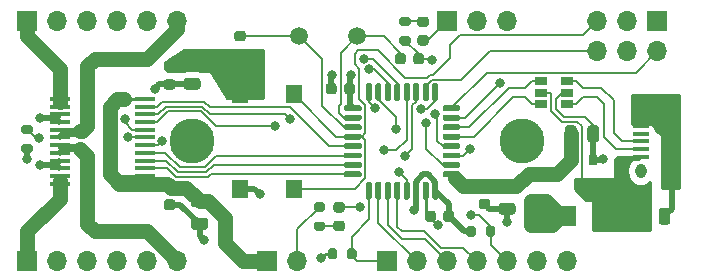
<source format=gbr>
%TF.GenerationSoftware,KiCad,Pcbnew,(5.1.9)-1*%
%TF.CreationDate,2021-05-16T17:52:49+02:00*%
%TF.ProjectId,SojournerST,536f6a6f-7572-46e6-9572-53542e6b6963,rev?*%
%TF.SameCoordinates,Original*%
%TF.FileFunction,Copper,L1,Top*%
%TF.FilePolarity,Positive*%
%FSLAX46Y46*%
G04 Gerber Fmt 4.6, Leading zero omitted, Abs format (unit mm)*
G04 Created by KiCad (PCBNEW (5.1.9)-1) date 2021-05-16 17:52:49*
%MOMM*%
%LPD*%
G01*
G04 APERTURE LIST*
%TA.AperFunction,ComponentPad*%
%ADD10O,1.700000X1.700000*%
%TD*%
%TA.AperFunction,ComponentPad*%
%ADD11R,1.700000X1.700000*%
%TD*%
%TA.AperFunction,SMDPad,CuDef*%
%ADD12R,1.400000X1.600000*%
%TD*%
%TA.AperFunction,ComponentPad*%
%ADD13C,1.500000*%
%TD*%
%TA.AperFunction,SMDPad,CuDef*%
%ADD14R,1.060000X0.650000*%
%TD*%
%TA.AperFunction,SMDPad,CuDef*%
%ADD15R,1.750000X0.450000*%
%TD*%
%TA.AperFunction,SMDPad,CuDef*%
%ADD16R,0.800000X0.900000*%
%TD*%
%TA.AperFunction,ComponentPad*%
%ADD17O,1.550000X0.890000*%
%TD*%
%TA.AperFunction,SMDPad,CuDef*%
%ADD18R,1.550000X1.200000*%
%TD*%
%TA.AperFunction,SMDPad,CuDef*%
%ADD19R,1.550000X1.500000*%
%TD*%
%TA.AperFunction,ComponentPad*%
%ADD20O,0.950000X1.250000*%
%TD*%
%TA.AperFunction,SMDPad,CuDef*%
%ADD21R,1.350000X0.400000*%
%TD*%
%TA.AperFunction,ConnectorPad*%
%ADD22C,3.800000*%
%TD*%
%TA.AperFunction,ComponentPad*%
%ADD23C,2.600000*%
%TD*%
%TA.AperFunction,SMDPad,CuDef*%
%ADD24R,2.500000X1.800000*%
%TD*%
%TA.AperFunction,ViaPad*%
%ADD25C,0.800000*%
%TD*%
%TA.AperFunction,Conductor*%
%ADD26C,0.200000*%
%TD*%
%TA.AperFunction,Conductor*%
%ADD27C,0.508000*%
%TD*%
%TA.AperFunction,Conductor*%
%ADD28C,0.254000*%
%TD*%
%TA.AperFunction,Conductor*%
%ADD29C,0.175006*%
%TD*%
%TA.AperFunction,Conductor*%
%ADD30C,1.270000*%
%TD*%
%TA.AperFunction,Conductor*%
%ADD31C,0.175260*%
%TD*%
%TA.AperFunction,Conductor*%
%ADD32C,0.100000*%
%TD*%
G04 APERTURE END LIST*
D10*
%TO.P,J3,3*%
%TO.N,GND*%
X139700000Y-62230000D03*
%TO.P,J3,2*%
%TO.N,UART_RX*%
X137160000Y-62230000D03*
D11*
%TO.P,J3,1*%
%TO.N,UART_TX*%
X134620000Y-62230000D03*
%TD*%
D12*
%TO.P,SW1,3*%
%TO.N,GND*%
X117130000Y-68390000D03*
%TO.P,SW1,4*%
X117130000Y-76390000D03*
%TO.P,SW1,1*%
%TO.N,NRST*%
X121630000Y-68390000D03*
%TO.P,SW1,2*%
X121630000Y-76390000D03*
%TD*%
%TO.P,R5,2*%
%TO.N,Net-(D3-Pad1)*%
%TA.AperFunction,SMDPad,CuDef*%
G36*
G01*
X131339000Y-62630000D02*
X130789000Y-62630000D01*
G75*
G02*
X130589000Y-62430000I0J200000D01*
G01*
X130589000Y-62030000D01*
G75*
G02*
X130789000Y-61830000I200000J0D01*
G01*
X131339000Y-61830000D01*
G75*
G02*
X131539000Y-62030000I0J-200000D01*
G01*
X131539000Y-62430000D01*
G75*
G02*
X131339000Y-62630000I-200000J0D01*
G01*
G37*
%TD.AperFunction*%
%TO.P,R5,1*%
%TO.N,GND*%
%TA.AperFunction,SMDPad,CuDef*%
G36*
G01*
X131339000Y-64280000D02*
X130789000Y-64280000D01*
G75*
G02*
X130589000Y-64080000I0J200000D01*
G01*
X130589000Y-63680000D01*
G75*
G02*
X130789000Y-63480000I200000J0D01*
G01*
X131339000Y-63480000D01*
G75*
G02*
X131539000Y-63680000I0J-200000D01*
G01*
X131539000Y-64080000D01*
G75*
G02*
X131339000Y-64280000I-200000J0D01*
G01*
G37*
%TD.AperFunction*%
%TD*%
%TO.P,R3,2*%
%TO.N,SPI_CS*%
%TA.AperFunction,SMDPad,CuDef*%
G36*
G01*
X126155000Y-82190000D02*
X126155000Y-81640000D01*
G75*
G02*
X126355000Y-81440000I200000J0D01*
G01*
X126755000Y-81440000D01*
G75*
G02*
X126955000Y-81640000I0J-200000D01*
G01*
X126955000Y-82190000D01*
G75*
G02*
X126755000Y-82390000I-200000J0D01*
G01*
X126355000Y-82390000D01*
G75*
G02*
X126155000Y-82190000I0J200000D01*
G01*
G37*
%TD.AperFunction*%
%TO.P,R3,1*%
%TO.N,+3V3*%
%TA.AperFunction,SMDPad,CuDef*%
G36*
G01*
X124505000Y-82190000D02*
X124505000Y-81640000D01*
G75*
G02*
X124705000Y-81440000I200000J0D01*
G01*
X125105000Y-81440000D01*
G75*
G02*
X125305000Y-81640000I0J-200000D01*
G01*
X125305000Y-82190000D01*
G75*
G02*
X125105000Y-82390000I-200000J0D01*
G01*
X124705000Y-82390000D01*
G75*
G02*
X124505000Y-82190000I0J200000D01*
G01*
G37*
%TD.AperFunction*%
%TD*%
D10*
%TO.P,J7,2*%
%TO.N,GND*%
X121920000Y-82550000D03*
D11*
%TO.P,J7,1*%
%TO.N,VM*%
X119380000Y-82550000D03*
%TD*%
D10*
%TO.P,J2,7*%
%TO.N,GND*%
X144780000Y-82550000D03*
%TO.P,J2,6*%
%TO.N,+3V3*%
X142240000Y-82550000D03*
%TO.P,J2,5*%
%TO.N,BOOT0*%
X139700000Y-82550000D03*
%TO.P,J2,4*%
%TO.N,SPI_MOSI*%
X137160000Y-82550000D03*
%TO.P,J2,3*%
%TO.N,SPI_MISO*%
X134620000Y-82550000D03*
%TO.P,J2,2*%
%TO.N,SPI_CLK*%
X132080000Y-82550000D03*
D11*
%TO.P,J2,1*%
%TO.N,SPI_CS*%
X129540000Y-82550000D03*
%TD*%
%TO.P,D3,2*%
%TO.N,UART_TX*%
%TA.AperFunction,SMDPad,CuDef*%
G36*
G01*
X132331750Y-63405000D02*
X132844250Y-63405000D01*
G75*
G02*
X133063000Y-63623750I0J-218750D01*
G01*
X133063000Y-64061250D01*
G75*
G02*
X132844250Y-64280000I-218750J0D01*
G01*
X132331750Y-64280000D01*
G75*
G02*
X132113000Y-64061250I0J218750D01*
G01*
X132113000Y-63623750D01*
G75*
G02*
X132331750Y-63405000I218750J0D01*
G01*
G37*
%TD.AperFunction*%
%TO.P,D3,1*%
%TO.N,Net-(D3-Pad1)*%
%TA.AperFunction,SMDPad,CuDef*%
G36*
G01*
X132331750Y-61830000D02*
X132844250Y-61830000D01*
G75*
G02*
X133063000Y-62048750I0J-218750D01*
G01*
X133063000Y-62486250D01*
G75*
G02*
X132844250Y-62705000I-218750J0D01*
G01*
X132331750Y-62705000D01*
G75*
G02*
X132113000Y-62486250I0J218750D01*
G01*
X132113000Y-62048750D01*
G75*
G02*
X132331750Y-61830000I218750J0D01*
G01*
G37*
%TD.AperFunction*%
%TD*%
D13*
%TO.P,Y1,2*%
%TO.N,HSE_OUT*%
X122120000Y-63500000D03*
%TO.P,Y1,1*%
%TO.N,HSE_IN*%
X127000000Y-63500000D03*
%TD*%
D14*
%TO.P,U4,5*%
%TO.N,VUSB*%
X142580000Y-68260000D03*
%TO.P,U4,6*%
%TO.N,USB_D-*%
X142580000Y-69210000D03*
%TO.P,U4,4*%
%TO.N,USB_D+*%
X142580000Y-67310000D03*
%TO.P,U4,3*%
%TO.N,USB_CON_D+*%
X144780000Y-67310000D03*
%TO.P,U4,2*%
%TO.N,GND*%
X144780000Y-68260000D03*
%TO.P,U4,1*%
%TO.N,USB_CON_D-*%
X144780000Y-69210000D03*
%TD*%
D15*
%TO.P,U3,24*%
%TO.N,VM*%
X109010000Y-68815000D03*
%TO.P,U3,23*%
%TO.N,M1_PWM*%
X109010000Y-69465000D03*
%TO.P,U3,22*%
%TO.N,M1_IN2*%
X109010000Y-70115000D03*
%TO.P,U3,21*%
%TO.N,M1_IN1*%
X109010000Y-70765000D03*
%TO.P,U3,20*%
%TO.N,+3V3*%
X109010000Y-71415000D03*
%TO.P,U3,19*%
%TO.N,Net-(R2-Pad2)*%
X109010000Y-72065000D03*
%TO.P,U3,18*%
%TO.N,GND*%
X109010000Y-72715000D03*
%TO.P,U3,17*%
%TO.N,M2_IN1*%
X109010000Y-73365000D03*
%TO.P,U3,16*%
%TO.N,M2_IN2*%
X109010000Y-74015000D03*
%TO.P,U3,15*%
%TO.N,M2_PWM*%
X109010000Y-74665000D03*
%TO.P,U3,14*%
%TO.N,VM*%
X109010000Y-75315000D03*
%TO.P,U3,13*%
X109010000Y-75965000D03*
%TO.P,U3,12*%
%TO.N,M2_OUT1*%
X101810000Y-75965000D03*
%TO.P,U3,11*%
X101810000Y-75315000D03*
%TO.P,U3,10*%
%TO.N,GND*%
X101810000Y-74665000D03*
%TO.P,U3,9*%
X101810000Y-74015000D03*
%TO.P,U3,8*%
%TO.N,M2_OUT2*%
X101810000Y-73365000D03*
%TO.P,U3,7*%
X101810000Y-72715000D03*
%TO.P,U3,6*%
%TO.N,M1_OUT2*%
X101810000Y-72065000D03*
%TO.P,U3,5*%
X101810000Y-71415000D03*
%TO.P,U3,4*%
%TO.N,GND*%
X101810000Y-70765000D03*
%TO.P,U3,3*%
X101810000Y-70115000D03*
%TO.P,U3,2*%
%TO.N,M1_OUT1*%
X101810000Y-69465000D03*
%TO.P,U3,1*%
X101810000Y-68815000D03*
%TD*%
D16*
%TO.P,U2,3*%
%TO.N,VUSB*%
X146050000Y-75930000D03*
%TO.P,U2,2*%
%TO.N,+3V3*%
X145100000Y-73930000D03*
%TO.P,U2,1*%
%TO.N,GND*%
X147000000Y-73930000D03*
%TD*%
%TO.P,U1,32*%
%TO.N,GND*%
%TA.AperFunction,SMDPad,CuDef*%
G36*
G01*
X127760000Y-68840000D02*
X127760000Y-67590000D01*
G75*
G02*
X127885000Y-67465000I125000J0D01*
G01*
X128135000Y-67465000D01*
G75*
G02*
X128260000Y-67590000I0J-125000D01*
G01*
X128260000Y-68840000D01*
G75*
G02*
X128135000Y-68965000I-125000J0D01*
G01*
X127885000Y-68965000D01*
G75*
G02*
X127760000Y-68840000I0J125000D01*
G01*
G37*
%TD.AperFunction*%
%TO.P,U1,31*%
%TO.N,BOOT0*%
%TA.AperFunction,SMDPad,CuDef*%
G36*
G01*
X128560000Y-68840000D02*
X128560000Y-67590000D01*
G75*
G02*
X128685000Y-67465000I125000J0D01*
G01*
X128935000Y-67465000D01*
G75*
G02*
X129060000Y-67590000I0J-125000D01*
G01*
X129060000Y-68840000D01*
G75*
G02*
X128935000Y-68965000I-125000J0D01*
G01*
X128685000Y-68965000D01*
G75*
G02*
X128560000Y-68840000I0J125000D01*
G01*
G37*
%TD.AperFunction*%
%TO.P,U1,30*%
%TO.N,M1_ENCA*%
%TA.AperFunction,SMDPad,CuDef*%
G36*
G01*
X129360000Y-68840000D02*
X129360000Y-67590000D01*
G75*
G02*
X129485000Y-67465000I125000J0D01*
G01*
X129735000Y-67465000D01*
G75*
G02*
X129860000Y-67590000I0J-125000D01*
G01*
X129860000Y-68840000D01*
G75*
G02*
X129735000Y-68965000I-125000J0D01*
G01*
X129485000Y-68965000D01*
G75*
G02*
X129360000Y-68840000I0J125000D01*
G01*
G37*
%TD.AperFunction*%
%TO.P,U1,29*%
%TO.N,M1_ENCB*%
%TA.AperFunction,SMDPad,CuDef*%
G36*
G01*
X130160000Y-68840000D02*
X130160000Y-67590000D01*
G75*
G02*
X130285000Y-67465000I125000J0D01*
G01*
X130535000Y-67465000D01*
G75*
G02*
X130660000Y-67590000I0J-125000D01*
G01*
X130660000Y-68840000D01*
G75*
G02*
X130535000Y-68965000I-125000J0D01*
G01*
X130285000Y-68965000D01*
G75*
G02*
X130160000Y-68840000I0J125000D01*
G01*
G37*
%TD.AperFunction*%
%TO.P,U1,28*%
%TO.N,M2_ENCA*%
%TA.AperFunction,SMDPad,CuDef*%
G36*
G01*
X130960000Y-68840000D02*
X130960000Y-67590000D01*
G75*
G02*
X131085000Y-67465000I125000J0D01*
G01*
X131335000Y-67465000D01*
G75*
G02*
X131460000Y-67590000I0J-125000D01*
G01*
X131460000Y-68840000D01*
G75*
G02*
X131335000Y-68965000I-125000J0D01*
G01*
X131085000Y-68965000D01*
G75*
G02*
X130960000Y-68840000I0J125000D01*
G01*
G37*
%TD.AperFunction*%
%TO.P,U1,27*%
%TO.N,M2_ENCB*%
%TA.AperFunction,SMDPad,CuDef*%
G36*
G01*
X131760000Y-68840000D02*
X131760000Y-67590000D01*
G75*
G02*
X131885000Y-67465000I125000J0D01*
G01*
X132135000Y-67465000D01*
G75*
G02*
X132260000Y-67590000I0J-125000D01*
G01*
X132260000Y-68840000D01*
G75*
G02*
X132135000Y-68965000I-125000J0D01*
G01*
X131885000Y-68965000D01*
G75*
G02*
X131760000Y-68840000I0J125000D01*
G01*
G37*
%TD.AperFunction*%
%TO.P,U1,26*%
%TO.N,SWO*%
%TA.AperFunction,SMDPad,CuDef*%
G36*
G01*
X132560000Y-68840000D02*
X132560000Y-67590000D01*
G75*
G02*
X132685000Y-67465000I125000J0D01*
G01*
X132935000Y-67465000D01*
G75*
G02*
X133060000Y-67590000I0J-125000D01*
G01*
X133060000Y-68840000D01*
G75*
G02*
X132935000Y-68965000I-125000J0D01*
G01*
X132685000Y-68965000D01*
G75*
G02*
X132560000Y-68840000I0J125000D01*
G01*
G37*
%TD.AperFunction*%
%TO.P,U1,25*%
%TO.N,M1_IN2*%
%TA.AperFunction,SMDPad,CuDef*%
G36*
G01*
X133360000Y-68840000D02*
X133360000Y-67590000D01*
G75*
G02*
X133485000Y-67465000I125000J0D01*
G01*
X133735000Y-67465000D01*
G75*
G02*
X133860000Y-67590000I0J-125000D01*
G01*
X133860000Y-68840000D01*
G75*
G02*
X133735000Y-68965000I-125000J0D01*
G01*
X133485000Y-68965000D01*
G75*
G02*
X133360000Y-68840000I0J125000D01*
G01*
G37*
%TD.AperFunction*%
%TO.P,U1,24*%
%TO.N,SWCLK*%
%TA.AperFunction,SMDPad,CuDef*%
G36*
G01*
X134235000Y-69715000D02*
X134235000Y-69465000D01*
G75*
G02*
X134360000Y-69340000I125000J0D01*
G01*
X135610000Y-69340000D01*
G75*
G02*
X135735000Y-69465000I0J-125000D01*
G01*
X135735000Y-69715000D01*
G75*
G02*
X135610000Y-69840000I-125000J0D01*
G01*
X134360000Y-69840000D01*
G75*
G02*
X134235000Y-69715000I0J125000D01*
G01*
G37*
%TD.AperFunction*%
%TO.P,U1,23*%
%TO.N,SWDIO*%
%TA.AperFunction,SMDPad,CuDef*%
G36*
G01*
X134235000Y-70515000D02*
X134235000Y-70265000D01*
G75*
G02*
X134360000Y-70140000I125000J0D01*
G01*
X135610000Y-70140000D01*
G75*
G02*
X135735000Y-70265000I0J-125000D01*
G01*
X135735000Y-70515000D01*
G75*
G02*
X135610000Y-70640000I-125000J0D01*
G01*
X134360000Y-70640000D01*
G75*
G02*
X134235000Y-70515000I0J125000D01*
G01*
G37*
%TD.AperFunction*%
%TO.P,U1,22*%
%TO.N,USB_D+*%
%TA.AperFunction,SMDPad,CuDef*%
G36*
G01*
X134235000Y-71315000D02*
X134235000Y-71065000D01*
G75*
G02*
X134360000Y-70940000I125000J0D01*
G01*
X135610000Y-70940000D01*
G75*
G02*
X135735000Y-71065000I0J-125000D01*
G01*
X135735000Y-71315000D01*
G75*
G02*
X135610000Y-71440000I-125000J0D01*
G01*
X134360000Y-71440000D01*
G75*
G02*
X134235000Y-71315000I0J125000D01*
G01*
G37*
%TD.AperFunction*%
%TO.P,U1,21*%
%TO.N,USB_D-*%
%TA.AperFunction,SMDPad,CuDef*%
G36*
G01*
X134235000Y-72115000D02*
X134235000Y-71865000D01*
G75*
G02*
X134360000Y-71740000I125000J0D01*
G01*
X135610000Y-71740000D01*
G75*
G02*
X135735000Y-71865000I0J-125000D01*
G01*
X135735000Y-72115000D01*
G75*
G02*
X135610000Y-72240000I-125000J0D01*
G01*
X134360000Y-72240000D01*
G75*
G02*
X134235000Y-72115000I0J125000D01*
G01*
G37*
%TD.AperFunction*%
%TO.P,U1,20*%
%TO.N,UART_TX*%
%TA.AperFunction,SMDPad,CuDef*%
G36*
G01*
X134235000Y-72915000D02*
X134235000Y-72665000D01*
G75*
G02*
X134360000Y-72540000I125000J0D01*
G01*
X135610000Y-72540000D01*
G75*
G02*
X135735000Y-72665000I0J-125000D01*
G01*
X135735000Y-72915000D01*
G75*
G02*
X135610000Y-73040000I-125000J0D01*
G01*
X134360000Y-73040000D01*
G75*
G02*
X134235000Y-72915000I0J125000D01*
G01*
G37*
%TD.AperFunction*%
%TO.P,U1,19*%
%TO.N,UART_RX*%
%TA.AperFunction,SMDPad,CuDef*%
G36*
G01*
X134235000Y-73715000D02*
X134235000Y-73465000D01*
G75*
G02*
X134360000Y-73340000I125000J0D01*
G01*
X135610000Y-73340000D01*
G75*
G02*
X135735000Y-73465000I0J-125000D01*
G01*
X135735000Y-73715000D01*
G75*
G02*
X135610000Y-73840000I-125000J0D01*
G01*
X134360000Y-73840000D01*
G75*
G02*
X134235000Y-73715000I0J125000D01*
G01*
G37*
%TD.AperFunction*%
%TO.P,U1,18*%
%TO.N,M1_IN1*%
%TA.AperFunction,SMDPad,CuDef*%
G36*
G01*
X134235000Y-74515000D02*
X134235000Y-74265000D01*
G75*
G02*
X134360000Y-74140000I125000J0D01*
G01*
X135610000Y-74140000D01*
G75*
G02*
X135735000Y-74265000I0J-125000D01*
G01*
X135735000Y-74515000D01*
G75*
G02*
X135610000Y-74640000I-125000J0D01*
G01*
X134360000Y-74640000D01*
G75*
G02*
X134235000Y-74515000I0J125000D01*
G01*
G37*
%TD.AperFunction*%
%TO.P,U1,17*%
%TO.N,+3V3*%
%TA.AperFunction,SMDPad,CuDef*%
G36*
G01*
X134235000Y-75315000D02*
X134235000Y-75065000D01*
G75*
G02*
X134360000Y-74940000I125000J0D01*
G01*
X135610000Y-74940000D01*
G75*
G02*
X135735000Y-75065000I0J-125000D01*
G01*
X135735000Y-75315000D01*
G75*
G02*
X135610000Y-75440000I-125000J0D01*
G01*
X134360000Y-75440000D01*
G75*
G02*
X134235000Y-75315000I0J125000D01*
G01*
G37*
%TD.AperFunction*%
%TO.P,U1,16*%
%TO.N,GND*%
%TA.AperFunction,SMDPad,CuDef*%
G36*
G01*
X133360000Y-77190000D02*
X133360000Y-75940000D01*
G75*
G02*
X133485000Y-75815000I125000J0D01*
G01*
X133735000Y-75815000D01*
G75*
G02*
X133860000Y-75940000I0J-125000D01*
G01*
X133860000Y-77190000D01*
G75*
G02*
X133735000Y-77315000I-125000J0D01*
G01*
X133485000Y-77315000D01*
G75*
G02*
X133360000Y-77190000I0J125000D01*
G01*
G37*
%TD.AperFunction*%
%TO.P,U1,15*%
%TO.N,+3V3*%
%TA.AperFunction,SMDPad,CuDef*%
G36*
G01*
X132560000Y-77190000D02*
X132560000Y-75940000D01*
G75*
G02*
X132685000Y-75815000I125000J0D01*
G01*
X132935000Y-75815000D01*
G75*
G02*
X133060000Y-75940000I0J-125000D01*
G01*
X133060000Y-77190000D01*
G75*
G02*
X132935000Y-77315000I-125000J0D01*
G01*
X132685000Y-77315000D01*
G75*
G02*
X132560000Y-77190000I0J125000D01*
G01*
G37*
%TD.AperFunction*%
%TO.P,U1,14*%
%TO.N,GND*%
%TA.AperFunction,SMDPad,CuDef*%
G36*
G01*
X131760000Y-77190000D02*
X131760000Y-75940000D01*
G75*
G02*
X131885000Y-75815000I125000J0D01*
G01*
X132135000Y-75815000D01*
G75*
G02*
X132260000Y-75940000I0J-125000D01*
G01*
X132260000Y-77190000D01*
G75*
G02*
X132135000Y-77315000I-125000J0D01*
G01*
X131885000Y-77315000D01*
G75*
G02*
X131760000Y-77190000I0J125000D01*
G01*
G37*
%TD.AperFunction*%
%TO.P,U1,13*%
%TO.N,LED_STATUS*%
%TA.AperFunction,SMDPad,CuDef*%
G36*
G01*
X130960000Y-77190000D02*
X130960000Y-75940000D01*
G75*
G02*
X131085000Y-75815000I125000J0D01*
G01*
X131335000Y-75815000D01*
G75*
G02*
X131460000Y-75940000I0J-125000D01*
G01*
X131460000Y-77190000D01*
G75*
G02*
X131335000Y-77315000I-125000J0D01*
G01*
X131085000Y-77315000D01*
G75*
G02*
X130960000Y-77190000I0J125000D01*
G01*
G37*
%TD.AperFunction*%
%TO.P,U1,12*%
%TO.N,SPI_MOSI*%
%TA.AperFunction,SMDPad,CuDef*%
G36*
G01*
X130160000Y-77190000D02*
X130160000Y-75940000D01*
G75*
G02*
X130285000Y-75815000I125000J0D01*
G01*
X130535000Y-75815000D01*
G75*
G02*
X130660000Y-75940000I0J-125000D01*
G01*
X130660000Y-77190000D01*
G75*
G02*
X130535000Y-77315000I-125000J0D01*
G01*
X130285000Y-77315000D01*
G75*
G02*
X130160000Y-77190000I0J125000D01*
G01*
G37*
%TD.AperFunction*%
%TO.P,U1,11*%
%TO.N,SPI_MISO*%
%TA.AperFunction,SMDPad,CuDef*%
G36*
G01*
X129360000Y-77190000D02*
X129360000Y-75940000D01*
G75*
G02*
X129485000Y-75815000I125000J0D01*
G01*
X129735000Y-75815000D01*
G75*
G02*
X129860000Y-75940000I0J-125000D01*
G01*
X129860000Y-77190000D01*
G75*
G02*
X129735000Y-77315000I-125000J0D01*
G01*
X129485000Y-77315000D01*
G75*
G02*
X129360000Y-77190000I0J125000D01*
G01*
G37*
%TD.AperFunction*%
%TO.P,U1,10*%
%TO.N,SPI_CLK*%
%TA.AperFunction,SMDPad,CuDef*%
G36*
G01*
X128560000Y-77190000D02*
X128560000Y-75940000D01*
G75*
G02*
X128685000Y-75815000I125000J0D01*
G01*
X128935000Y-75815000D01*
G75*
G02*
X129060000Y-75940000I0J-125000D01*
G01*
X129060000Y-77190000D01*
G75*
G02*
X128935000Y-77315000I-125000J0D01*
G01*
X128685000Y-77315000D01*
G75*
G02*
X128560000Y-77190000I0J125000D01*
G01*
G37*
%TD.AperFunction*%
%TO.P,U1,9*%
%TO.N,SPI_CS*%
%TA.AperFunction,SMDPad,CuDef*%
G36*
G01*
X127760000Y-77190000D02*
X127760000Y-75940000D01*
G75*
G02*
X127885000Y-75815000I125000J0D01*
G01*
X128135000Y-75815000D01*
G75*
G02*
X128260000Y-75940000I0J-125000D01*
G01*
X128260000Y-77190000D01*
G75*
G02*
X128135000Y-77315000I-125000J0D01*
G01*
X127885000Y-77315000D01*
G75*
G02*
X127760000Y-77190000I0J125000D01*
G01*
G37*
%TD.AperFunction*%
%TO.P,U1,8*%
%TO.N,M2_PWM*%
%TA.AperFunction,SMDPad,CuDef*%
G36*
G01*
X125885000Y-75315000D02*
X125885000Y-75065000D01*
G75*
G02*
X126010000Y-74940000I125000J0D01*
G01*
X127260000Y-74940000D01*
G75*
G02*
X127385000Y-75065000I0J-125000D01*
G01*
X127385000Y-75315000D01*
G75*
G02*
X127260000Y-75440000I-125000J0D01*
G01*
X126010000Y-75440000D01*
G75*
G02*
X125885000Y-75315000I0J125000D01*
G01*
G37*
%TD.AperFunction*%
%TO.P,U1,7*%
%TO.N,M2_IN2*%
%TA.AperFunction,SMDPad,CuDef*%
G36*
G01*
X125885000Y-74515000D02*
X125885000Y-74265000D01*
G75*
G02*
X126010000Y-74140000I125000J0D01*
G01*
X127260000Y-74140000D01*
G75*
G02*
X127385000Y-74265000I0J-125000D01*
G01*
X127385000Y-74515000D01*
G75*
G02*
X127260000Y-74640000I-125000J0D01*
G01*
X126010000Y-74640000D01*
G75*
G02*
X125885000Y-74515000I0J125000D01*
G01*
G37*
%TD.AperFunction*%
%TO.P,U1,6*%
%TO.N,M2_IN1*%
%TA.AperFunction,SMDPad,CuDef*%
G36*
G01*
X125885000Y-73715000D02*
X125885000Y-73465000D01*
G75*
G02*
X126010000Y-73340000I125000J0D01*
G01*
X127260000Y-73340000D01*
G75*
G02*
X127385000Y-73465000I0J-125000D01*
G01*
X127385000Y-73715000D01*
G75*
G02*
X127260000Y-73840000I-125000J0D01*
G01*
X126010000Y-73840000D01*
G75*
G02*
X125885000Y-73715000I0J125000D01*
G01*
G37*
%TD.AperFunction*%
%TO.P,U1,5*%
%TO.N,M1_PWM*%
%TA.AperFunction,SMDPad,CuDef*%
G36*
G01*
X125885000Y-72915000D02*
X125885000Y-72665000D01*
G75*
G02*
X126010000Y-72540000I125000J0D01*
G01*
X127260000Y-72540000D01*
G75*
G02*
X127385000Y-72665000I0J-125000D01*
G01*
X127385000Y-72915000D01*
G75*
G02*
X127260000Y-73040000I-125000J0D01*
G01*
X126010000Y-73040000D01*
G75*
G02*
X125885000Y-72915000I0J125000D01*
G01*
G37*
%TD.AperFunction*%
%TO.P,U1,4*%
%TO.N,NRST*%
%TA.AperFunction,SMDPad,CuDef*%
G36*
G01*
X125885000Y-72115000D02*
X125885000Y-71865000D01*
G75*
G02*
X126010000Y-71740000I125000J0D01*
G01*
X127260000Y-71740000D01*
G75*
G02*
X127385000Y-71865000I0J-125000D01*
G01*
X127385000Y-72115000D01*
G75*
G02*
X127260000Y-72240000I-125000J0D01*
G01*
X126010000Y-72240000D01*
G75*
G02*
X125885000Y-72115000I0J125000D01*
G01*
G37*
%TD.AperFunction*%
%TO.P,U1,3*%
%TO.N,HSE_OUT*%
%TA.AperFunction,SMDPad,CuDef*%
G36*
G01*
X125885000Y-71315000D02*
X125885000Y-71065000D01*
G75*
G02*
X126010000Y-70940000I125000J0D01*
G01*
X127260000Y-70940000D01*
G75*
G02*
X127385000Y-71065000I0J-125000D01*
G01*
X127385000Y-71315000D01*
G75*
G02*
X127260000Y-71440000I-125000J0D01*
G01*
X126010000Y-71440000D01*
G75*
G02*
X125885000Y-71315000I0J125000D01*
G01*
G37*
%TD.AperFunction*%
%TO.P,U1,2*%
%TO.N,HSE_IN*%
%TA.AperFunction,SMDPad,CuDef*%
G36*
G01*
X125885000Y-70515000D02*
X125885000Y-70265000D01*
G75*
G02*
X126010000Y-70140000I125000J0D01*
G01*
X127260000Y-70140000D01*
G75*
G02*
X127385000Y-70265000I0J-125000D01*
G01*
X127385000Y-70515000D01*
G75*
G02*
X127260000Y-70640000I-125000J0D01*
G01*
X126010000Y-70640000D01*
G75*
G02*
X125885000Y-70515000I0J125000D01*
G01*
G37*
%TD.AperFunction*%
%TO.P,U1,1*%
%TO.N,+3V3*%
%TA.AperFunction,SMDPad,CuDef*%
G36*
G01*
X125885000Y-69715000D02*
X125885000Y-69465000D01*
G75*
G02*
X126010000Y-69340000I125000J0D01*
G01*
X127260000Y-69340000D01*
G75*
G02*
X127385000Y-69465000I0J-125000D01*
G01*
X127385000Y-69715000D01*
G75*
G02*
X127260000Y-69840000I-125000J0D01*
G01*
X126010000Y-69840000D01*
G75*
G02*
X125885000Y-69715000I0J125000D01*
G01*
G37*
%TD.AperFunction*%
%TD*%
%TO.P,R1,2*%
%TO.N,BOOT0*%
%TA.AperFunction,SMDPad,CuDef*%
G36*
G01*
X137902000Y-80285000D02*
X137902000Y-79735000D01*
G75*
G02*
X138102000Y-79535000I200000J0D01*
G01*
X138502000Y-79535000D01*
G75*
G02*
X138702000Y-79735000I0J-200000D01*
G01*
X138702000Y-80285000D01*
G75*
G02*
X138502000Y-80485000I-200000J0D01*
G01*
X138102000Y-80485000D01*
G75*
G02*
X137902000Y-80285000I0J200000D01*
G01*
G37*
%TD.AperFunction*%
%TO.P,R1,1*%
%TO.N,GND*%
%TA.AperFunction,SMDPad,CuDef*%
G36*
G01*
X136252000Y-80285000D02*
X136252000Y-79735000D01*
G75*
G02*
X136452000Y-79535000I200000J0D01*
G01*
X136852000Y-79535000D01*
G75*
G02*
X137052000Y-79735000I0J-200000D01*
G01*
X137052000Y-80285000D01*
G75*
G02*
X136852000Y-80485000I-200000J0D01*
G01*
X136452000Y-80485000D01*
G75*
G02*
X136252000Y-80285000I0J200000D01*
G01*
G37*
%TD.AperFunction*%
%TD*%
%TO.P,R4,2*%
%TO.N,Net-(D2-Pad1)*%
%TA.AperFunction,SMDPad,CuDef*%
G36*
G01*
X123550000Y-79190500D02*
X124100000Y-79190500D01*
G75*
G02*
X124300000Y-79390500I0J-200000D01*
G01*
X124300000Y-79790500D01*
G75*
G02*
X124100000Y-79990500I-200000J0D01*
G01*
X123550000Y-79990500D01*
G75*
G02*
X123350000Y-79790500I0J200000D01*
G01*
X123350000Y-79390500D01*
G75*
G02*
X123550000Y-79190500I200000J0D01*
G01*
G37*
%TD.AperFunction*%
%TO.P,R4,1*%
%TO.N,GND*%
%TA.AperFunction,SMDPad,CuDef*%
G36*
G01*
X123550000Y-77540500D02*
X124100000Y-77540500D01*
G75*
G02*
X124300000Y-77740500I0J-200000D01*
G01*
X124300000Y-78140500D01*
G75*
G02*
X124100000Y-78340500I-200000J0D01*
G01*
X123550000Y-78340500D01*
G75*
G02*
X123350000Y-78140500I0J200000D01*
G01*
X123350000Y-77740500D01*
G75*
G02*
X123550000Y-77540500I200000J0D01*
G01*
G37*
%TD.AperFunction*%
%TD*%
%TO.P,R2,2*%
%TO.N,Net-(R2-Pad2)*%
%TA.AperFunction,SMDPad,CuDef*%
G36*
G01*
X99335000Y-71775000D02*
X98785000Y-71775000D01*
G75*
G02*
X98585000Y-71575000I0J200000D01*
G01*
X98585000Y-71175000D01*
G75*
G02*
X98785000Y-70975000I200000J0D01*
G01*
X99335000Y-70975000D01*
G75*
G02*
X99535000Y-71175000I0J-200000D01*
G01*
X99535000Y-71575000D01*
G75*
G02*
X99335000Y-71775000I-200000J0D01*
G01*
G37*
%TD.AperFunction*%
%TO.P,R2,1*%
%TO.N,+3V3*%
%TA.AperFunction,SMDPad,CuDef*%
G36*
G01*
X99335000Y-73425000D02*
X98785000Y-73425000D01*
G75*
G02*
X98585000Y-73225000I0J200000D01*
G01*
X98585000Y-72825000D01*
G75*
G02*
X98785000Y-72625000I200000J0D01*
G01*
X99335000Y-72625000D01*
G75*
G02*
X99535000Y-72825000I0J-200000D01*
G01*
X99535000Y-73225000D01*
G75*
G02*
X99335000Y-73425000I-200000J0D01*
G01*
G37*
%TD.AperFunction*%
%TD*%
D10*
%TO.P,J6,6*%
%TO.N,M2_OUT2*%
X111760000Y-82550000D03*
%TO.P,J6,5*%
%TO.N,+3V3*%
X109220000Y-82550000D03*
%TO.P,J6,4*%
%TO.N,M2_ENCB*%
X106680000Y-82550000D03*
%TO.P,J6,3*%
%TO.N,M2_ENCA*%
X104140000Y-82550000D03*
%TO.P,J6,2*%
%TO.N,GND*%
X101600000Y-82550000D03*
D11*
%TO.P,J6,1*%
%TO.N,M2_OUT1*%
X99060000Y-82550000D03*
%TD*%
D10*
%TO.P,J5,6*%
%TO.N,M1_OUT2*%
X111760000Y-62230000D03*
%TO.P,J5,5*%
%TO.N,+3V3*%
X109220000Y-62230000D03*
%TO.P,J5,4*%
%TO.N,M1_ENCB*%
X106680000Y-62230000D03*
%TO.P,J5,3*%
%TO.N,M1_ENCA*%
X104140000Y-62230000D03*
%TO.P,J5,2*%
%TO.N,GND*%
X101600000Y-62230000D03*
D11*
%TO.P,J5,1*%
%TO.N,M1_OUT1*%
X99060000Y-62230000D03*
%TD*%
D10*
%TO.P,J4,6*%
%TO.N,SWO*%
X147320000Y-64770000D03*
%TO.P,J4,5*%
%TO.N,NRST*%
X147320000Y-62230000D03*
%TO.P,J4,4*%
%TO.N,SWDIO*%
X149860000Y-64770000D03*
%TO.P,J4,3*%
%TO.N,GND*%
X149860000Y-62230000D03*
%TO.P,J4,2*%
%TO.N,SWCLK*%
X152400000Y-64770000D03*
D11*
%TO.P,J4,1*%
%TO.N,+3V3*%
X152400000Y-62230000D03*
%TD*%
D17*
%TO.P,J1,6*%
%TO.N,GND*%
X153700000Y-68890000D03*
X153700000Y-75890000D03*
D18*
X153700000Y-69490000D03*
X153700000Y-75290000D03*
D19*
X153700000Y-71390000D03*
X153700000Y-73390000D03*
D20*
X151000000Y-69890000D03*
X151000000Y-74890000D03*
D21*
%TO.P,J1,5*%
X151000000Y-71090000D03*
%TO.P,J1,4*%
%TO.N,Net-(J1-Pad4)*%
X151000000Y-71740000D03*
%TO.P,J1,3*%
%TO.N,USB_CON_D+*%
X151000000Y-72390000D03*
%TO.P,J1,2*%
%TO.N,USB_CON_D-*%
X151000000Y-73040000D03*
%TO.P,J1,1*%
%TO.N,VUSB*%
X151000000Y-73690000D03*
%TD*%
D22*
%TO.P,H2,1*%
%TO.N,N/C*%
X140970000Y-72390000D03*
D23*
X140970000Y-72390000D03*
%TD*%
D22*
%TO.P,H1,1*%
%TO.N,N/C*%
X113030000Y-72390000D03*
D23*
X113030000Y-72390000D03*
%TD*%
%TO.P,D2,2*%
%TO.N,LED_STATUS*%
%TA.AperFunction,SMDPad,CuDef*%
G36*
G01*
X125732250Y-78415500D02*
X125219750Y-78415500D01*
G75*
G02*
X125001000Y-78196750I0J218750D01*
G01*
X125001000Y-77759250D01*
G75*
G02*
X125219750Y-77540500I218750J0D01*
G01*
X125732250Y-77540500D01*
G75*
G02*
X125951000Y-77759250I0J-218750D01*
G01*
X125951000Y-78196750D01*
G75*
G02*
X125732250Y-78415500I-218750J0D01*
G01*
G37*
%TD.AperFunction*%
%TO.P,D2,1*%
%TO.N,Net-(D2-Pad1)*%
%TA.AperFunction,SMDPad,CuDef*%
G36*
G01*
X125732250Y-79990500D02*
X125219750Y-79990500D01*
G75*
G02*
X125001000Y-79771750I0J218750D01*
G01*
X125001000Y-79334250D01*
G75*
G02*
X125219750Y-79115500I218750J0D01*
G01*
X125732250Y-79115500D01*
G75*
G02*
X125951000Y-79334250I0J-218750D01*
G01*
X125951000Y-79771750D01*
G75*
G02*
X125732250Y-79990500I-218750J0D01*
G01*
G37*
%TD.AperFunction*%
%TD*%
D24*
%TO.P,D1,2*%
%TO.N,VUSB*%
X148272000Y-78740000D03*
%TO.P,D1,1*%
%TO.N,VM*%
X144272000Y-78740000D03*
%TD*%
%TO.P,C9,2*%
%TO.N,GND*%
%TA.AperFunction,SMDPad,CuDef*%
G36*
G01*
X116844000Y-64587000D02*
X117344000Y-64587000D01*
G75*
G02*
X117569000Y-64812000I0J-225000D01*
G01*
X117569000Y-65262000D01*
G75*
G02*
X117344000Y-65487000I-225000J0D01*
G01*
X116844000Y-65487000D01*
G75*
G02*
X116619000Y-65262000I0J225000D01*
G01*
X116619000Y-64812000D01*
G75*
G02*
X116844000Y-64587000I225000J0D01*
G01*
G37*
%TD.AperFunction*%
%TO.P,C9,1*%
%TO.N,HSE_OUT*%
%TA.AperFunction,SMDPad,CuDef*%
G36*
G01*
X116844000Y-63037000D02*
X117344000Y-63037000D01*
G75*
G02*
X117569000Y-63262000I0J-225000D01*
G01*
X117569000Y-63712000D01*
G75*
G02*
X117344000Y-63937000I-225000J0D01*
G01*
X116844000Y-63937000D01*
G75*
G02*
X116619000Y-63712000I0J225000D01*
G01*
X116619000Y-63262000D01*
G75*
G02*
X116844000Y-63037000I225000J0D01*
G01*
G37*
%TD.AperFunction*%
%TD*%
%TO.P,C7,2*%
%TO.N,GND*%
%TA.AperFunction,SMDPad,CuDef*%
G36*
G01*
X131770000Y-65655000D02*
X131770000Y-65155000D01*
G75*
G02*
X131995000Y-64930000I225000J0D01*
G01*
X132445000Y-64930000D01*
G75*
G02*
X132670000Y-65155000I0J-225000D01*
G01*
X132670000Y-65655000D01*
G75*
G02*
X132445000Y-65880000I-225000J0D01*
G01*
X131995000Y-65880000D01*
G75*
G02*
X131770000Y-65655000I0J225000D01*
G01*
G37*
%TD.AperFunction*%
%TO.P,C7,1*%
%TO.N,HSE_IN*%
%TA.AperFunction,SMDPad,CuDef*%
G36*
G01*
X130220000Y-65655000D02*
X130220000Y-65155000D01*
G75*
G02*
X130445000Y-64930000I225000J0D01*
G01*
X130895000Y-64930000D01*
G75*
G02*
X131120000Y-65155000I0J-225000D01*
G01*
X131120000Y-65655000D01*
G75*
G02*
X130895000Y-65880000I-225000J0D01*
G01*
X130445000Y-65880000D01*
G75*
G02*
X130220000Y-65655000I0J225000D01*
G01*
G37*
%TD.AperFunction*%
%TD*%
%TO.P,C12,2*%
%TO.N,GND*%
%TA.AperFunction,SMDPad,CuDef*%
G36*
G01*
X110875000Y-77300000D02*
X111375000Y-77300000D01*
G75*
G02*
X111600000Y-77525000I0J-225000D01*
G01*
X111600000Y-77975000D01*
G75*
G02*
X111375000Y-78200000I-225000J0D01*
G01*
X110875000Y-78200000D01*
G75*
G02*
X110650000Y-77975000I0J225000D01*
G01*
X110650000Y-77525000D01*
G75*
G02*
X110875000Y-77300000I225000J0D01*
G01*
G37*
%TD.AperFunction*%
%TO.P,C12,1*%
%TO.N,VM*%
%TA.AperFunction,SMDPad,CuDef*%
G36*
G01*
X110875000Y-75750000D02*
X111375000Y-75750000D01*
G75*
G02*
X111600000Y-75975000I0J-225000D01*
G01*
X111600000Y-76425000D01*
G75*
G02*
X111375000Y-76650000I-225000J0D01*
G01*
X110875000Y-76650000D01*
G75*
G02*
X110650000Y-76425000I0J225000D01*
G01*
X110650000Y-75975000D01*
G75*
G02*
X110875000Y-75750000I225000J0D01*
G01*
G37*
%TD.AperFunction*%
%TD*%
%TO.P,C11,2*%
%TO.N,GND*%
%TA.AperFunction,SMDPad,CuDef*%
G36*
G01*
X113190000Y-78875000D02*
X114140000Y-78875000D01*
G75*
G02*
X114390000Y-79125000I0J-250000D01*
G01*
X114390000Y-79625000D01*
G75*
G02*
X114140000Y-79875000I-250000J0D01*
G01*
X113190000Y-79875000D01*
G75*
G02*
X112940000Y-79625000I0J250000D01*
G01*
X112940000Y-79125000D01*
G75*
G02*
X113190000Y-78875000I250000J0D01*
G01*
G37*
%TD.AperFunction*%
%TO.P,C11,1*%
%TO.N,VM*%
%TA.AperFunction,SMDPad,CuDef*%
G36*
G01*
X113190000Y-76975000D02*
X114140000Y-76975000D01*
G75*
G02*
X114390000Y-77225000I0J-250000D01*
G01*
X114390000Y-77725000D01*
G75*
G02*
X114140000Y-77975000I-250000J0D01*
G01*
X113190000Y-77975000D01*
G75*
G02*
X112940000Y-77725000I0J250000D01*
G01*
X112940000Y-77225000D01*
G75*
G02*
X113190000Y-76975000I250000J0D01*
G01*
G37*
%TD.AperFunction*%
%TD*%
%TO.P,C10,2*%
%TO.N,GND*%
%TA.AperFunction,SMDPad,CuDef*%
G36*
G01*
X111375000Y-66477000D02*
X110875000Y-66477000D01*
G75*
G02*
X110650000Y-66252000I0J225000D01*
G01*
X110650000Y-65802000D01*
G75*
G02*
X110875000Y-65577000I225000J0D01*
G01*
X111375000Y-65577000D01*
G75*
G02*
X111600000Y-65802000I0J-225000D01*
G01*
X111600000Y-66252000D01*
G75*
G02*
X111375000Y-66477000I-225000J0D01*
G01*
G37*
%TD.AperFunction*%
%TO.P,C10,1*%
%TO.N,+3V3*%
%TA.AperFunction,SMDPad,CuDef*%
G36*
G01*
X111375000Y-68027000D02*
X110875000Y-68027000D01*
G75*
G02*
X110650000Y-67802000I0J225000D01*
G01*
X110650000Y-67352000D01*
G75*
G02*
X110875000Y-67127000I225000J0D01*
G01*
X111375000Y-67127000D01*
G75*
G02*
X111600000Y-67352000I0J-225000D01*
G01*
X111600000Y-67802000D01*
G75*
G02*
X111375000Y-68027000I-225000J0D01*
G01*
G37*
%TD.AperFunction*%
%TD*%
%TO.P,C8,2*%
%TO.N,GND*%
%TA.AperFunction,SMDPad,CuDef*%
G36*
G01*
X113505000Y-66127000D02*
X112555000Y-66127000D01*
G75*
G02*
X112305000Y-65877000I0J250000D01*
G01*
X112305000Y-65377000D01*
G75*
G02*
X112555000Y-65127000I250000J0D01*
G01*
X113505000Y-65127000D01*
G75*
G02*
X113755000Y-65377000I0J-250000D01*
G01*
X113755000Y-65877000D01*
G75*
G02*
X113505000Y-66127000I-250000J0D01*
G01*
G37*
%TD.AperFunction*%
%TO.P,C8,1*%
%TO.N,+3V3*%
%TA.AperFunction,SMDPad,CuDef*%
G36*
G01*
X113505000Y-68027000D02*
X112555000Y-68027000D01*
G75*
G02*
X112305000Y-67777000I0J250000D01*
G01*
X112305000Y-67277000D01*
G75*
G02*
X112555000Y-67027000I250000J0D01*
G01*
X113505000Y-67027000D01*
G75*
G02*
X113755000Y-67277000I0J-250000D01*
G01*
X113755000Y-67777000D01*
G75*
G02*
X113505000Y-68027000I-250000J0D01*
G01*
G37*
%TD.AperFunction*%
%TD*%
%TO.P,C5,2*%
%TO.N,GND*%
%TA.AperFunction,SMDPad,CuDef*%
G36*
G01*
X125265000Y-67695000D02*
X125265000Y-68195000D01*
G75*
G02*
X125040000Y-68420000I-225000J0D01*
G01*
X124590000Y-68420000D01*
G75*
G02*
X124365000Y-68195000I0J225000D01*
G01*
X124365000Y-67695000D01*
G75*
G02*
X124590000Y-67470000I225000J0D01*
G01*
X125040000Y-67470000D01*
G75*
G02*
X125265000Y-67695000I0J-225000D01*
G01*
G37*
%TD.AperFunction*%
%TO.P,C5,1*%
%TO.N,+3V3*%
%TA.AperFunction,SMDPad,CuDef*%
G36*
G01*
X126815000Y-67695000D02*
X126815000Y-68195000D01*
G75*
G02*
X126590000Y-68420000I-225000J0D01*
G01*
X126140000Y-68420000D01*
G75*
G02*
X125915000Y-68195000I0J225000D01*
G01*
X125915000Y-67695000D01*
G75*
G02*
X126140000Y-67470000I225000J0D01*
G01*
X126590000Y-67470000D01*
G75*
G02*
X126815000Y-67695000I0J-225000D01*
G01*
G37*
%TD.AperFunction*%
%TD*%
%TO.P,C3,2*%
%TO.N,GND*%
%TA.AperFunction,SMDPad,CuDef*%
G36*
G01*
X137545000Y-77250000D02*
X138045000Y-77250000D01*
G75*
G02*
X138270000Y-77475000I0J-225000D01*
G01*
X138270000Y-77925000D01*
G75*
G02*
X138045000Y-78150000I-225000J0D01*
G01*
X137545000Y-78150000D01*
G75*
G02*
X137320000Y-77925000I0J225000D01*
G01*
X137320000Y-77475000D01*
G75*
G02*
X137545000Y-77250000I225000J0D01*
G01*
G37*
%TD.AperFunction*%
%TO.P,C3,1*%
%TO.N,+3V3*%
%TA.AperFunction,SMDPad,CuDef*%
G36*
G01*
X137545000Y-75700000D02*
X138045000Y-75700000D01*
G75*
G02*
X138270000Y-75925000I0J-225000D01*
G01*
X138270000Y-76375000D01*
G75*
G02*
X138045000Y-76600000I-225000J0D01*
G01*
X137545000Y-76600000D01*
G75*
G02*
X137320000Y-76375000I0J225000D01*
G01*
X137320000Y-75925000D01*
G75*
G02*
X137545000Y-75700000I225000J0D01*
G01*
G37*
%TD.AperFunction*%
%TD*%
%TO.P,C2,2*%
%TO.N,GND*%
%TA.AperFunction,SMDPad,CuDef*%
G36*
G01*
X134310000Y-78990000D02*
X134310000Y-78490000D01*
G75*
G02*
X134535000Y-78265000I225000J0D01*
G01*
X134985000Y-78265000D01*
G75*
G02*
X135210000Y-78490000I0J-225000D01*
G01*
X135210000Y-78990000D01*
G75*
G02*
X134985000Y-79215000I-225000J0D01*
G01*
X134535000Y-79215000D01*
G75*
G02*
X134310000Y-78990000I0J225000D01*
G01*
G37*
%TD.AperFunction*%
%TO.P,C2,1*%
%TO.N,+3V3*%
%TA.AperFunction,SMDPad,CuDef*%
G36*
G01*
X132760000Y-78990000D02*
X132760000Y-78490000D01*
G75*
G02*
X132985000Y-78265000I225000J0D01*
G01*
X133435000Y-78265000D01*
G75*
G02*
X133660000Y-78490000I0J-225000D01*
G01*
X133660000Y-78990000D01*
G75*
G02*
X133435000Y-79215000I-225000J0D01*
G01*
X132985000Y-79215000D01*
G75*
G02*
X132760000Y-78990000I0J225000D01*
G01*
G37*
%TD.AperFunction*%
%TD*%
%TO.P,C1,2*%
%TO.N,GND*%
%TA.AperFunction,SMDPad,CuDef*%
G36*
G01*
X139225000Y-77600000D02*
X140175000Y-77600000D01*
G75*
G02*
X140425000Y-77850000I0J-250000D01*
G01*
X140425000Y-78350000D01*
G75*
G02*
X140175000Y-78600000I-250000J0D01*
G01*
X139225000Y-78600000D01*
G75*
G02*
X138975000Y-78350000I0J250000D01*
G01*
X138975000Y-77850000D01*
G75*
G02*
X139225000Y-77600000I250000J0D01*
G01*
G37*
%TD.AperFunction*%
%TO.P,C1,1*%
%TO.N,+3V3*%
%TA.AperFunction,SMDPad,CuDef*%
G36*
G01*
X139225000Y-75700000D02*
X140175000Y-75700000D01*
G75*
G02*
X140425000Y-75950000I0J-250000D01*
G01*
X140425000Y-76450000D01*
G75*
G02*
X140175000Y-76700000I-250000J0D01*
G01*
X139225000Y-76700000D01*
G75*
G02*
X138975000Y-76450000I0J250000D01*
G01*
X138975000Y-75950000D01*
G75*
G02*
X139225000Y-75700000I250000J0D01*
G01*
G37*
%TD.AperFunction*%
%TD*%
%TO.P,C6,2*%
%TO.N,GND*%
%TA.AperFunction,SMDPad,CuDef*%
G36*
G01*
X146500000Y-72230000D02*
X146500000Y-71280000D01*
G75*
G02*
X146750000Y-71030000I250000J0D01*
G01*
X147250000Y-71030000D01*
G75*
G02*
X147500000Y-71280000I0J-250000D01*
G01*
X147500000Y-72230000D01*
G75*
G02*
X147250000Y-72480000I-250000J0D01*
G01*
X146750000Y-72480000D01*
G75*
G02*
X146500000Y-72230000I0J250000D01*
G01*
G37*
%TD.AperFunction*%
%TO.P,C6,1*%
%TO.N,+3V3*%
%TA.AperFunction,SMDPad,CuDef*%
G36*
G01*
X144600000Y-72230000D02*
X144600000Y-71280000D01*
G75*
G02*
X144850000Y-71030000I250000J0D01*
G01*
X145350000Y-71030000D01*
G75*
G02*
X145600000Y-71280000I0J-250000D01*
G01*
X145600000Y-72230000D01*
G75*
G02*
X145350000Y-72480000I-250000J0D01*
G01*
X144850000Y-72480000D01*
G75*
G02*
X144600000Y-72230000I0J250000D01*
G01*
G37*
%TD.AperFunction*%
%TD*%
%TO.P,C4,2*%
%TO.N,GND*%
%TA.AperFunction,SMDPad,CuDef*%
G36*
G01*
X152530000Y-79215000D02*
X152530000Y-78265000D01*
G75*
G02*
X152780000Y-78015000I250000J0D01*
G01*
X153280000Y-78015000D01*
G75*
G02*
X153530000Y-78265000I0J-250000D01*
G01*
X153530000Y-79215000D01*
G75*
G02*
X153280000Y-79465000I-250000J0D01*
G01*
X152780000Y-79465000D01*
G75*
G02*
X152530000Y-79215000I0J250000D01*
G01*
G37*
%TD.AperFunction*%
%TO.P,C4,1*%
%TO.N,VUSB*%
%TA.AperFunction,SMDPad,CuDef*%
G36*
G01*
X150630000Y-79215000D02*
X150630000Y-78265000D01*
G75*
G02*
X150880000Y-78015000I250000J0D01*
G01*
X151380000Y-78015000D01*
G75*
G02*
X151630000Y-78265000I0J-250000D01*
G01*
X151630000Y-79215000D01*
G75*
G02*
X151380000Y-79465000I-250000J0D01*
G01*
X150880000Y-79465000D01*
G75*
G02*
X150630000Y-79215000I0J250000D01*
G01*
G37*
%TD.AperFunction*%
%TD*%
D25*
%TO.N,GND*%
X110490000Y-72390000D03*
X118745000Y-76835000D03*
X118745000Y-67945000D03*
X131826000Y-78232000D03*
X139700000Y-79248000D03*
X147828000Y-73914000D03*
X100139500Y-74358500D03*
X128524000Y-69596000D03*
X114046000Y-80772000D03*
X133350000Y-65532000D03*
X124839442Y-66802000D03*
X100139500Y-70421500D03*
%TO.N,BOOT0*%
X136652000Y-78613000D03*
X130302000Y-71374000D03*
%TO.N,M1_ENCB*%
X127596304Y-65386322D03*
%TO.N,M1_ENCA*%
X128016000Y-66293996D03*
%TO.N,M2_ENCA*%
X129285998Y-73151998D03*
%TO.N,SWDIO*%
X139065000Y-67437000D03*
%TO.N,M2_ENCB*%
X131063990Y-73660000D03*
%TO.N,+3V3*%
X107315000Y-70485000D03*
X109855000Y-67945000D03*
X123952000Y-82296000D03*
X133858000Y-79502000D03*
X141536999Y-75125001D03*
X143695999Y-75125001D03*
X136067000Y-76150000D03*
X99060000Y-73850500D03*
X126491992Y-66802000D03*
%TO.N,VM*%
X141732000Y-79502000D03*
X141732000Y-78486000D03*
X141732000Y-77470000D03*
%TO.N,M1_IN2*%
X121285000Y-70485000D03*
X132380313Y-69688179D03*
%TO.N,M1_IN1*%
X120015000Y-71120000D03*
X132842000Y-70866000D03*
%TO.N,LED_STATUS*%
X127254000Y-77978000D03*
X130509294Y-75000060D03*
%TO.N,UART_TX*%
X133604000Y-70103994D03*
%TO.N,UART_RX*%
X136525000Y-73025000D03*
%TO.N,Net-(R2-Pad2)*%
X100076000Y-72136000D03*
X107640000Y-72065000D03*
%TD*%
D26*
%TO.N,GND*%
X144780000Y-68260000D02*
X144338000Y-68260000D01*
X144338000Y-68260000D02*
X143810011Y-68787989D01*
X143810011Y-68787989D02*
X143810011Y-69642011D01*
X147000000Y-71030000D02*
X147000000Y-71755000D01*
X146299979Y-70329979D02*
X147000000Y-71030000D01*
X144497979Y-70329979D02*
X146299979Y-70329979D01*
X143810011Y-69642011D02*
X144497979Y-70329979D01*
D27*
X147000000Y-73930000D02*
X147000000Y-71755000D01*
X138195000Y-78100000D02*
X137795000Y-77700000D01*
X139700000Y-78100000D02*
X138195000Y-78100000D01*
D26*
X110165000Y-72715000D02*
X110490000Y-72390000D01*
X109010000Y-72715000D02*
X110165000Y-72715000D01*
D27*
X118300000Y-68390000D02*
X118745000Y-67945000D01*
X117130000Y-68390000D02*
X118300000Y-68390000D01*
X118300000Y-76390000D02*
X118745000Y-76835000D01*
X117130000Y-76390000D02*
X118300000Y-76390000D01*
X112630000Y-66027000D02*
X113030000Y-65627000D01*
X111125000Y-66027000D02*
X112630000Y-66027000D01*
D26*
X121920000Y-79845500D02*
X121920000Y-82550000D01*
X123825000Y-77940500D02*
X121920000Y-79845500D01*
D27*
X134760000Y-77715000D02*
X133610000Y-76565000D01*
X134760000Y-78740000D02*
X134760000Y-77715000D01*
X136030000Y-80010000D02*
X134760000Y-78740000D01*
X136652000Y-80010000D02*
X136030000Y-80010000D01*
X133610000Y-75796156D02*
X132997844Y-75184000D01*
X133610000Y-76565000D02*
X133610000Y-75796156D01*
X132622156Y-75184000D02*
X132997844Y-75184000D01*
X132010000Y-75796156D02*
X132622156Y-75184000D01*
X132010000Y-76565000D02*
X132010000Y-75796156D01*
X132010000Y-78048000D02*
X131826000Y-78232000D01*
X132010000Y-76565000D02*
X132010000Y-78048000D01*
X139700000Y-78100000D02*
X139700000Y-79248000D01*
X147812000Y-73930000D02*
X147828000Y-73914000D01*
X147000000Y-73930000D02*
X147812000Y-73930000D01*
D28*
X151000000Y-71090000D02*
X151000000Y-69890000D01*
D27*
X153700000Y-75290000D02*
X153700000Y-73390000D01*
X153700000Y-71390000D02*
X153700000Y-73390000D01*
X153700000Y-71390000D02*
X153700000Y-69490000D01*
X101503500Y-74358500D02*
X101780991Y-74635991D01*
X100139500Y-74358500D02*
X101503500Y-74358500D01*
X101503500Y-74321500D02*
X101780992Y-74044008D01*
X101503500Y-74358500D02*
X101503500Y-74321500D01*
D26*
X128524000Y-69562244D02*
X128524000Y-69596000D01*
X128010000Y-69048244D02*
X128524000Y-69562244D01*
X128010000Y-68215000D02*
X128010000Y-69048244D01*
D27*
X153030000Y-78740000D02*
X153670000Y-78100000D01*
X153670000Y-75920000D02*
X153700000Y-75890000D01*
X153670000Y-78100000D02*
X153670000Y-75920000D01*
X112040000Y-77750000D02*
X111125000Y-77750000D01*
X113665000Y-79375000D02*
X112040000Y-77750000D01*
X113665000Y-80391000D02*
X114046000Y-80772000D01*
X113665000Y-79375000D02*
X113665000Y-80391000D01*
D26*
X132220000Y-65036000D02*
X131064000Y-63880000D01*
X132220000Y-65405000D02*
X132220000Y-65036000D01*
X132220000Y-65405000D02*
X133223000Y-65405000D01*
X133223000Y-65405000D02*
X133350000Y-65532000D01*
D27*
X124815000Y-66826442D02*
X124839442Y-66802000D01*
X124815000Y-67945000D02*
X124815000Y-66826442D01*
X101503500Y-70421500D02*
X101780991Y-70144009D01*
X100139500Y-70421500D02*
X101503500Y-70421500D01*
X101466500Y-70421500D02*
X101780999Y-70735999D01*
X100139500Y-70421500D02*
X101466500Y-70421500D01*
D28*
%TO.N,VUSB*%
X150776000Y-73914000D02*
X151000000Y-73690000D01*
X148844000Y-73914000D02*
X150776000Y-73914000D01*
X148844000Y-75438000D02*
X148844000Y-73914000D01*
X151000000Y-73690000D02*
X149068000Y-73690000D01*
X148844000Y-73914000D02*
X149068000Y-73690000D01*
D26*
X146050000Y-71120000D02*
X146050000Y-75930000D01*
X143310000Y-68260000D02*
X143410000Y-68360000D01*
X142580000Y-68260000D02*
X143310000Y-68260000D01*
X143410000Y-68360000D02*
X143410000Y-69807700D01*
X145659990Y-70729990D02*
X146050000Y-71120000D01*
X143410000Y-69807700D02*
X144332290Y-70729990D01*
X144332290Y-70729990D02*
X145659990Y-70729990D01*
%TO.N,BOOT0*%
X136652000Y-78613000D02*
X137287000Y-78613000D01*
X138302000Y-79628000D02*
X138302000Y-80010000D01*
X137287000Y-78613000D02*
X138302000Y-79628000D01*
X138302000Y-81152000D02*
X139700000Y-82550000D01*
X138302000Y-80010000D02*
X138302000Y-81152000D01*
X130302000Y-70337996D02*
X130302000Y-71374000D01*
X128810000Y-68215000D02*
X128810000Y-68845996D01*
X128810000Y-68845996D02*
X130302000Y-70337996D01*
%TO.N,M1_ENCB*%
X130410000Y-68215000D02*
X130410000Y-67465000D01*
X128331322Y-65386322D02*
X127596304Y-65386322D01*
X130410000Y-67465000D02*
X128331322Y-65386322D01*
%TO.N,M1_ENCA*%
X129610000Y-68215000D02*
X129610000Y-67465000D01*
X129610000Y-67465000D02*
X128438996Y-66293996D01*
X128438996Y-66293996D02*
X128016000Y-66293996D01*
%TO.N,M1_PWM*%
X114517403Y-69490001D02*
X114077380Y-69049978D01*
X124626004Y-72790000D02*
X121326005Y-69490001D01*
X110085000Y-69465000D02*
X109010000Y-69465000D01*
X114077380Y-69049978D02*
X110500022Y-69049978D01*
X110500022Y-69049978D02*
X110085000Y-69465000D01*
X121326005Y-69490001D02*
X114517403Y-69490001D01*
X126635000Y-72790000D02*
X124626004Y-72790000D01*
%TO.N,SPI_MISO*%
X134620000Y-82550000D02*
X132715000Y-80645000D01*
X132715000Y-80645000D02*
X130810000Y-80645000D01*
X129610000Y-79445000D02*
X129610000Y-76565000D01*
X130810000Y-80645000D02*
X129610000Y-79445000D01*
%TO.N,SWO*%
X132810000Y-67663944D02*
X133308954Y-67164990D01*
X135838710Y-67164990D02*
X138233700Y-64770000D01*
X133308954Y-67164990D02*
X135838710Y-67164990D01*
X138233700Y-64770000D02*
X146117919Y-64770000D01*
X132810000Y-68215000D02*
X132810000Y-67663944D01*
X146117919Y-64770000D02*
X147320000Y-64770000D01*
%TO.N,M2_ENCA*%
X130322006Y-73151998D02*
X129285998Y-73151998D01*
X131210000Y-68215000D02*
X131210000Y-72264004D01*
X131210000Y-72264004D02*
X130322006Y-73151998D01*
%TO.N,SWCLK*%
X134985000Y-69590000D02*
X137994979Y-66580021D01*
X137994979Y-66580021D02*
X150589979Y-66580021D01*
X150589979Y-66580021D02*
X152400000Y-64770000D01*
%TO.N,SWDIO*%
X136112000Y-70390000D02*
X139065000Y-67437000D01*
X134985000Y-70390000D02*
X136112000Y-70390000D01*
D29*
%TO.N,USB_D+*%
X134997115Y-71177885D02*
X136519295Y-71177885D01*
X134985000Y-71190000D02*
X134997115Y-71177885D01*
X141784999Y-67310000D02*
X142580000Y-67310000D01*
X141247114Y-67847885D02*
X141784999Y-67310000D01*
X139849295Y-67847885D02*
X141247114Y-67847885D01*
X136519295Y-71177885D02*
X139849295Y-67847885D01*
%TO.N,USB_D-*%
X134997115Y-72002115D02*
X136860705Y-72002115D01*
X134985000Y-71990000D02*
X134997115Y-72002115D01*
X141784999Y-69210000D02*
X142580000Y-69210000D01*
X136860705Y-72002115D02*
X140190705Y-68672115D01*
X141247114Y-68672115D02*
X141784999Y-69210000D01*
X140190705Y-68672115D02*
X141247114Y-68672115D01*
D26*
%TO.N,M2_PWM*%
X111637328Y-75390023D02*
X110912305Y-74665000D01*
X114417379Y-75390023D02*
X111637328Y-75390023D01*
X126635000Y-75190000D02*
X114617402Y-75190000D01*
X114617402Y-75190000D02*
X114417379Y-75390023D01*
X110912305Y-74665000D02*
X109010000Y-74665000D01*
%TO.N,SPI_MOSI*%
X134067999Y-81399999D02*
X132678000Y-80010000D01*
X136009999Y-81399999D02*
X134067999Y-81399999D01*
X137160000Y-82550000D02*
X136009999Y-81399999D01*
X132678000Y-80010000D02*
X130810000Y-80010000D01*
X130410000Y-79610000D02*
X130410000Y-76565000D01*
X130810000Y-80010000D02*
X130410000Y-79610000D01*
%TO.N,SPI_CLK*%
X128810000Y-79280000D02*
X128810000Y-76565000D01*
X132080000Y-82550000D02*
X128810000Y-79280000D01*
%TO.N,SPI_CS*%
X128010000Y-76565000D02*
X128010000Y-79000000D01*
X126555000Y-80455000D02*
X126555000Y-81915000D01*
X128010000Y-79000000D02*
X126555000Y-80455000D01*
X126555000Y-81915000D02*
X126555000Y-82105000D01*
X127000000Y-82550000D02*
X129540000Y-82550000D01*
X126555000Y-82105000D02*
X127000000Y-82550000D01*
%TO.N,M2_ENCB*%
X131680312Y-73043678D02*
X131063990Y-73660000D01*
X132010000Y-68215000D02*
X132010000Y-69022490D01*
X131680312Y-69352178D02*
X131680312Y-73043678D01*
X132010000Y-69022490D02*
X131680312Y-69352178D01*
%TO.N,NRST*%
X125230000Y-71990000D02*
X121630000Y-68390000D01*
X126635000Y-71990000D02*
X125230000Y-71990000D01*
X127385000Y-71990000D02*
X126635000Y-71990000D01*
X126786056Y-76390000D02*
X127685010Y-75491046D01*
X121630000Y-76390000D02*
X126786056Y-76390000D01*
X127685010Y-75491046D02*
X127685010Y-74751581D01*
X127696998Y-72301998D02*
X127385000Y-71990000D01*
X127696998Y-74739593D02*
X127696998Y-72301998D01*
X127685010Y-74751581D02*
X127696998Y-74739593D01*
X127385000Y-71990000D02*
X127685010Y-71689990D01*
X127083680Y-64686320D02*
X128733842Y-64686320D01*
X126807999Y-65847998D02*
X126807999Y-64962001D01*
X127192010Y-66232009D02*
X126807999Y-65847998D01*
X127685010Y-71689990D02*
X127685010Y-69288954D01*
X131041524Y-66994002D02*
X132914242Y-66994002D01*
X132914242Y-66994002D02*
X133143265Y-66764979D01*
X127192010Y-68795954D02*
X127192010Y-66232009D01*
X135755999Y-63380001D02*
X146169999Y-63380001D01*
X133143265Y-66764979D02*
X133407025Y-66764979D01*
X134875010Y-65296994D02*
X134875010Y-64260990D01*
X133407025Y-66764979D02*
X134875010Y-65296994D01*
X126807999Y-64962001D02*
X127083680Y-64686320D01*
X127685010Y-69288954D02*
X127192010Y-68795954D01*
X146169999Y-63380001D02*
X147320000Y-62230000D01*
X134875010Y-64260990D02*
X135755999Y-63380001D01*
X128733842Y-64686320D02*
X131041524Y-66994002D01*
%TO.N,HSE_OUT*%
X124064990Y-65444990D02*
X122120000Y-63500000D01*
X124064990Y-69369990D02*
X124064990Y-65444990D01*
X125885000Y-71190000D02*
X124064990Y-69369990D01*
X126635000Y-71190000D02*
X125885000Y-71190000D01*
X122107000Y-63487000D02*
X122120000Y-63500000D01*
X117094000Y-63487000D02*
X122107000Y-63487000D01*
%TO.N,HSE_IN*%
X130670000Y-64884000D02*
X130670000Y-65405000D01*
X129286000Y-63500000D02*
X130670000Y-64884000D01*
X127000000Y-63500000D02*
X129286000Y-63500000D01*
X125603000Y-69270944D02*
X125603000Y-64897000D01*
X125476000Y-69397944D02*
X125603000Y-69270944D01*
X125603000Y-64897000D02*
X127000000Y-63500000D01*
X125476000Y-69981000D02*
X125476000Y-69397944D01*
X125885000Y-70390000D02*
X125476000Y-69981000D01*
X126635000Y-70390000D02*
X125885000Y-70390000D01*
D30*
%TO.N,+3V3*%
X145100000Y-71755000D02*
X145100000Y-73930000D01*
X139700000Y-76200000D02*
X140462000Y-76200000D01*
X141536999Y-75125001D02*
X143695999Y-75125001D01*
X143904999Y-75125001D02*
X145100000Y-73930000D01*
X140462000Y-76200000D02*
X141536999Y-75125001D01*
X139650000Y-76150000D02*
X139700000Y-76200000D01*
X137795000Y-76150000D02*
X139650000Y-76150000D01*
X135945000Y-76150000D02*
X135270010Y-75475010D01*
X137795000Y-76150000D02*
X136067000Y-76150000D01*
D26*
X107315000Y-70795000D02*
X107315000Y-70485000D01*
X107935000Y-71415000D02*
X107315000Y-70795000D01*
X109010000Y-71415000D02*
X107935000Y-71415000D01*
D27*
X111175000Y-67527000D02*
X111125000Y-67577000D01*
X113030000Y-67527000D02*
X111175000Y-67527000D01*
X110223000Y-67577000D02*
X109855000Y-67945000D01*
X111125000Y-67577000D02*
X110223000Y-67577000D01*
D28*
X124333000Y-81915000D02*
X123952000Y-82296000D01*
X124905000Y-81915000D02*
X124333000Y-81915000D01*
X132810000Y-78340000D02*
X133210000Y-78740000D01*
X132810000Y-76565000D02*
X132810000Y-78340000D01*
X133210000Y-78854000D02*
X133858000Y-79502000D01*
X133210000Y-78740000D02*
X133210000Y-78854000D01*
D27*
X126365000Y-69320000D02*
X126635000Y-69590000D01*
X126365000Y-67945000D02*
X126365000Y-69320000D01*
D30*
X141536999Y-75125001D02*
X141536999Y-75125001D01*
X143695999Y-75125001D02*
X143904999Y-75125001D01*
X136067000Y-76150000D02*
X135945000Y-76150000D01*
D27*
X99060000Y-73025000D02*
X99060000Y-73850500D01*
X126365000Y-67945000D02*
X126365000Y-66928992D01*
X126365000Y-66928992D02*
X126491992Y-66802000D01*
D30*
%TO.N,VM*%
X109010000Y-75965000D02*
X106865000Y-75965000D01*
X106045000Y-75145000D02*
X106045000Y-69850000D01*
X106045000Y-69850000D02*
X106045000Y-69469000D01*
X106045000Y-69469000D02*
X106680000Y-68834000D01*
X106680000Y-68834000D02*
X107299999Y-68834000D01*
D27*
X106680000Y-68834000D02*
X107723798Y-68834000D01*
D28*
X107742798Y-68815000D02*
X107723798Y-68834000D01*
X109010000Y-68815000D02*
X107742798Y-68815000D01*
X106803000Y-75315000D02*
X106509000Y-75609000D01*
X109010000Y-75315000D02*
X106803000Y-75315000D01*
D30*
X106509000Y-75609000D02*
X106045000Y-75145000D01*
X106865000Y-75965000D02*
X106509000Y-75609000D01*
X114390000Y-77475000D02*
X115824000Y-78909000D01*
X113665000Y-77475000D02*
X114390000Y-77475000D01*
X115824000Y-78909000D02*
X115824000Y-81026000D01*
X117348000Y-82550000D02*
X119380000Y-82550000D01*
X115824000Y-81026000D02*
X117348000Y-82550000D01*
X143510000Y-79502000D02*
X144272000Y-78740000D01*
X141732000Y-79502000D02*
X143510000Y-79502000D01*
X141986000Y-78740000D02*
X141732000Y-78486000D01*
X144272000Y-78740000D02*
X141986000Y-78740000D01*
X143002000Y-77470000D02*
X144272000Y-78740000D01*
X141732000Y-77470000D02*
X143002000Y-77470000D01*
X141732000Y-79502000D02*
X141732000Y-77470000D01*
X109010000Y-75965000D02*
X110890000Y-75965000D01*
X110890000Y-75965000D02*
X111125000Y-76200000D01*
X112515034Y-76325034D02*
X113665000Y-77475000D01*
X111255327Y-76325034D02*
X112515034Y-76325034D01*
X111130293Y-76200000D02*
X111255327Y-76325034D01*
X111125000Y-76200000D02*
X111130293Y-76200000D01*
D29*
%TO.N,USB_CON_D+*%
X145575001Y-67310000D02*
X146112886Y-67847885D01*
X144780000Y-67310000D02*
X145575001Y-67310000D01*
X146112886Y-67847885D02*
X147678705Y-67847885D01*
X147678705Y-67847885D02*
X148748115Y-68917295D01*
X148748115Y-68917295D02*
X148748115Y-71711295D01*
X148748115Y-71711295D02*
X149339705Y-72302885D01*
D31*
X149426820Y-72390000D02*
X149339705Y-72302885D01*
X151000000Y-72390000D02*
X149426820Y-72390000D01*
D29*
%TO.N,USB_CON_D-*%
X145575001Y-69210000D02*
X146112886Y-68672115D01*
X144780000Y-69210000D02*
X145575001Y-69210000D01*
X146112886Y-68672115D02*
X147337295Y-68672115D01*
X147337295Y-68672115D02*
X147923885Y-69258705D01*
X147923885Y-69258705D02*
X147923885Y-72052705D01*
D31*
X151000000Y-73040000D02*
X148911180Y-73040000D01*
X148911180Y-73040000D02*
X147923885Y-72052705D01*
D26*
%TO.N,M2_IN1*%
X126635000Y-73590000D02*
X115086002Y-73590000D01*
X111968706Y-74590001D02*
X110743705Y-73365000D01*
X114086001Y-74590001D02*
X111968706Y-74590001D01*
X115086002Y-73590000D02*
X114086001Y-74590001D01*
X110743705Y-73365000D02*
X109010000Y-73365000D01*
%TO.N,M1_IN2*%
X110169300Y-70115000D02*
X109010000Y-70115000D01*
X110834311Y-69449989D02*
X110169300Y-70115000D01*
X113911691Y-69449989D02*
X110834311Y-69449989D01*
X114546703Y-70085001D02*
X113911691Y-69449989D01*
X120885001Y-70085001D02*
X114546703Y-70085001D01*
X121285000Y-70485000D02*
X120885001Y-70085001D01*
X133610000Y-68215000D02*
X133610000Y-68965000D01*
X132886821Y-69688179D02*
X132380313Y-69688179D01*
X133610000Y-68965000D02*
X132886821Y-69688179D01*
%TO.N,M1_IN1*%
X120015000Y-71120000D02*
X115016002Y-71120000D01*
X115016002Y-71120000D02*
X113746002Y-69850000D01*
X110085000Y-70765000D02*
X109010000Y-70765000D01*
X111000000Y-69850000D02*
X110085000Y-70765000D01*
X113746002Y-69850000D02*
X111000000Y-69850000D01*
X134235000Y-74390000D02*
X132842000Y-72997000D01*
X134985000Y-74390000D02*
X134235000Y-74390000D01*
X132842000Y-72997000D02*
X132842000Y-70866000D01*
%TO.N,LED_STATUS*%
X125476000Y-77978000D02*
X127254000Y-77978000D01*
X131210000Y-76565000D02*
X131210000Y-75700766D01*
X131210000Y-75700766D02*
X130509294Y-75000060D01*
%TO.N,M2_IN2*%
X114251690Y-74990012D02*
X111803017Y-74990012D01*
X111803017Y-74990012D02*
X110828005Y-74015000D01*
X126635000Y-74390000D02*
X114851702Y-74390000D01*
X110828005Y-74015000D02*
X109010000Y-74015000D01*
X114851702Y-74390000D02*
X114251690Y-74990012D01*
D30*
%TO.N,M1_OUT1*%
X99060000Y-62230000D02*
X99060000Y-63500000D01*
X101810000Y-66250000D02*
X101810000Y-68815000D01*
X99060000Y-63500000D02*
X101810000Y-66250000D01*
X101810000Y-68815000D02*
X101810000Y-69054999D01*
%TO.N,M2_OUT2*%
X111760000Y-82550000D02*
X109220000Y-80010000D01*
X109220000Y-80010000D02*
X104775000Y-80010000D01*
X104775000Y-80010000D02*
X104140000Y-79375000D01*
X104140000Y-79375000D02*
X104140000Y-73660000D01*
X104140000Y-73660000D02*
X103505000Y-73025000D01*
D27*
X102150000Y-73025000D02*
X101839001Y-73335999D01*
X103505000Y-73025000D02*
X102150000Y-73025000D01*
X102120000Y-73025000D02*
X101839001Y-72744001D01*
X102150000Y-73025000D02*
X102120000Y-73025000D01*
D28*
X103195000Y-72715000D02*
X103505000Y-73025000D01*
X101810000Y-72715000D02*
X103195000Y-72715000D01*
D30*
%TO.N,M2_OUT1*%
X99060000Y-82550000D02*
X99060000Y-80010000D01*
X101810000Y-77260000D02*
X101810000Y-75725001D01*
X99060000Y-80010000D02*
X101810000Y-77260000D01*
%TO.N,M1_OUT2*%
X111760000Y-62230000D02*
X111760000Y-62865000D01*
X111760000Y-62865000D02*
X109220000Y-65405000D01*
X109220000Y-65405000D02*
X104775000Y-65405000D01*
X104775000Y-65405000D02*
X104140000Y-66040000D01*
X104140000Y-71120000D02*
X103705009Y-71554991D01*
X104140000Y-66040000D02*
X104140000Y-71120000D01*
X103705009Y-71554991D02*
X103520001Y-71554991D01*
D27*
X102320009Y-71554991D02*
X101839008Y-72035992D01*
X103451009Y-71554991D02*
X102320009Y-71554991D01*
X103705009Y-71554991D02*
X103451009Y-71554991D01*
D28*
X101993000Y-71882000D02*
X101810000Y-72065000D01*
X103124000Y-71882000D02*
X101993000Y-71882000D01*
X103124000Y-71882000D02*
X103451009Y-71554991D01*
D26*
%TO.N,Net-(D3-Pad1)*%
X132550500Y-62230000D02*
X132588000Y-62267500D01*
X131064000Y-62230000D02*
X132550500Y-62230000D01*
%TO.N,Net-(D2-Pad1)*%
X125438500Y-79590500D02*
X125476000Y-79553000D01*
X123825000Y-79590500D02*
X125438500Y-79590500D01*
%TO.N,UART_TX*%
X134137500Y-62712500D02*
X134620000Y-62230000D01*
X133796002Y-72351002D02*
X133796002Y-70295996D01*
X134985000Y-72790000D02*
X134235000Y-72790000D01*
X133796002Y-70295996D02*
X133604000Y-70103994D01*
X134235000Y-72790000D02*
X133796002Y-72351002D01*
X133007500Y-63842500D02*
X134620000Y-62230000D01*
X132588000Y-63842500D02*
X133007500Y-63842500D01*
%TO.N,UART_RX*%
X135960000Y-73590000D02*
X136525000Y-73025000D01*
X134985000Y-73590000D02*
X135960000Y-73590000D01*
%TO.N,Net-(R2-Pad2)*%
X99821000Y-72136000D02*
X99060000Y-71375000D01*
X100076000Y-72136000D02*
X99821000Y-72136000D01*
X109010000Y-72065000D02*
X107640000Y-72065000D01*
%TD*%
D28*
%TO.N,VUSB*%
X149970506Y-73770537D02*
X150080820Y-73829502D01*
X150200518Y-73865812D01*
X150303179Y-73875923D01*
X150211314Y-73951314D01*
X150072604Y-74120334D01*
X149969532Y-74313167D01*
X149906062Y-74522403D01*
X149890000Y-74685480D01*
X149890000Y-75094521D01*
X149906062Y-75257598D01*
X149969532Y-75466834D01*
X150072604Y-75659666D01*
X150211315Y-75828686D01*
X150380335Y-75967396D01*
X150573167Y-76070468D01*
X150782403Y-76133938D01*
X151000000Y-76155370D01*
X151217598Y-76133938D01*
X151426834Y-76070468D01*
X151619666Y-75967396D01*
X151765000Y-75848124D01*
X151765000Y-79883000D01*
X146939000Y-79883000D01*
X146939000Y-77470000D01*
X146936560Y-77445224D01*
X146929333Y-77421399D01*
X146917597Y-77399443D01*
X146901803Y-77380197D01*
X146882557Y-77364403D01*
X146860601Y-77352667D01*
X146836776Y-77345440D01*
X146812000Y-77343000D01*
X146356606Y-77343000D01*
X145415000Y-76401394D01*
X145415000Y-75565000D01*
X148844000Y-75565000D01*
X148868776Y-75562560D01*
X148892601Y-75555333D01*
X148914557Y-75543597D01*
X148933803Y-75527803D01*
X148949597Y-75508557D01*
X148961333Y-75486601D01*
X148968560Y-75462776D01*
X148971000Y-75438000D01*
X148971000Y-73762630D01*
X149960871Y-73762630D01*
X149970506Y-73770537D01*
%TA.AperFunction,Conductor*%
D32*
G36*
X149970506Y-73770537D02*
G01*
X150080820Y-73829502D01*
X150200518Y-73865812D01*
X150303179Y-73875923D01*
X150211314Y-73951314D01*
X150072604Y-74120334D01*
X149969532Y-74313167D01*
X149906062Y-74522403D01*
X149890000Y-74685480D01*
X149890000Y-75094521D01*
X149906062Y-75257598D01*
X149969532Y-75466834D01*
X150072604Y-75659666D01*
X150211315Y-75828686D01*
X150380335Y-75967396D01*
X150573167Y-76070468D01*
X150782403Y-76133938D01*
X151000000Y-76155370D01*
X151217598Y-76133938D01*
X151426834Y-76070468D01*
X151619666Y-75967396D01*
X151765000Y-75848124D01*
X151765000Y-79883000D01*
X146939000Y-79883000D01*
X146939000Y-77470000D01*
X146936560Y-77445224D01*
X146929333Y-77421399D01*
X146917597Y-77399443D01*
X146901803Y-77380197D01*
X146882557Y-77364403D01*
X146860601Y-77352667D01*
X146836776Y-77345440D01*
X146812000Y-77343000D01*
X146356606Y-77343000D01*
X145415000Y-76401394D01*
X145415000Y-75565000D01*
X148844000Y-75565000D01*
X148868776Y-75562560D01*
X148892601Y-75555333D01*
X148914557Y-75543597D01*
X148933803Y-75527803D01*
X148949597Y-75508557D01*
X148961333Y-75486601D01*
X148968560Y-75462776D01*
X148971000Y-75438000D01*
X148971000Y-73762630D01*
X149960871Y-73762630D01*
X149970506Y-73770537D01*
G37*
%TD.AperFunction*%
%TD*%
D28*
%TO.N,GND*%
X118999000Y-68755001D02*
X116026308Y-68755001D01*
X114662902Y-66482659D01*
X114648062Y-66462669D01*
X114629607Y-66445958D01*
X114608247Y-66433168D01*
X114584802Y-66424792D01*
X114554000Y-66421000D01*
X113727729Y-66421000D01*
X113678254Y-66405992D01*
X113505000Y-66388928D01*
X112555000Y-66388928D01*
X112381746Y-66405992D01*
X112332271Y-66421000D01*
X110871000Y-66421000D01*
X110871000Y-65599968D01*
X112306452Y-64643000D01*
X118999000Y-64643000D01*
X118999000Y-68755001D01*
%TA.AperFunction,Conductor*%
D32*
G36*
X118999000Y-68755001D02*
G01*
X116026308Y-68755001D01*
X114662902Y-66482659D01*
X114648062Y-66462669D01*
X114629607Y-66445958D01*
X114608247Y-66433168D01*
X114584802Y-66424792D01*
X114554000Y-66421000D01*
X113727729Y-66421000D01*
X113678254Y-66405992D01*
X113505000Y-66388928D01*
X112555000Y-66388928D01*
X112381746Y-66405992D01*
X112332271Y-66421000D01*
X110871000Y-66421000D01*
X110871000Y-65599968D01*
X112306452Y-64643000D01*
X118999000Y-64643000D01*
X118999000Y-68755001D01*
G37*
%TD.AperFunction*%
%TD*%
D28*
%TO.N,GND*%
X154280000Y-76327000D02*
X152781000Y-76327000D01*
X152781000Y-71882000D01*
X152778560Y-71857224D01*
X152771333Y-71833399D01*
X152759597Y-71811443D01*
X152743803Y-71792197D01*
X152724447Y-71776330D01*
X152309075Y-71499415D01*
X152300812Y-71415518D01*
X152264502Y-71295820D01*
X152205537Y-71185506D01*
X152126185Y-71088815D01*
X152029494Y-71009463D01*
X151919180Y-70950498D01*
X151799482Y-70914188D01*
X151675000Y-70901928D01*
X150325000Y-70901928D01*
X150241000Y-70910201D01*
X150241000Y-68453000D01*
X154280001Y-68453000D01*
X154280000Y-76327000D01*
%TA.AperFunction,Conductor*%
D32*
G36*
X154280000Y-76327000D02*
G01*
X152781000Y-76327000D01*
X152781000Y-71882000D01*
X152778560Y-71857224D01*
X152771333Y-71833399D01*
X152759597Y-71811443D01*
X152743803Y-71792197D01*
X152724447Y-71776330D01*
X152309075Y-71499415D01*
X152300812Y-71415518D01*
X152264502Y-71295820D01*
X152205537Y-71185506D01*
X152126185Y-71088815D01*
X152029494Y-71009463D01*
X151919180Y-70950498D01*
X151799482Y-70914188D01*
X151675000Y-70901928D01*
X150325000Y-70901928D01*
X150241000Y-70910201D01*
X150241000Y-68453000D01*
X154280001Y-68453000D01*
X154280000Y-76327000D01*
G37*
%TD.AperFunction*%
%TD*%
M02*

</source>
